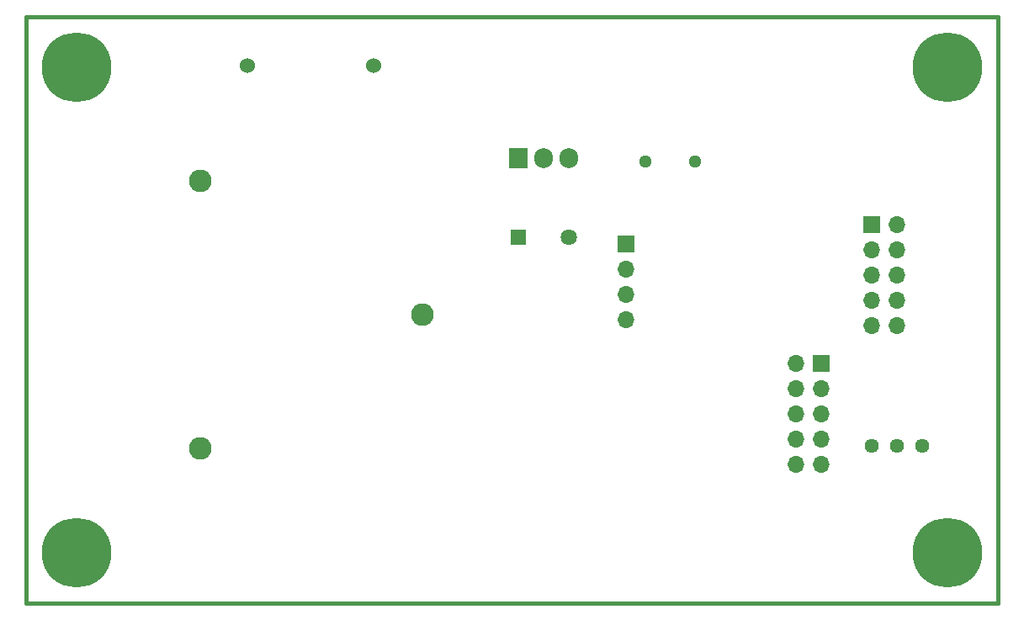
<source format=gbr>
%TF.GenerationSoftware,KiCad,Pcbnew,(6.0.7)*%
%TF.CreationDate,2022-11-01T17:15:19-06:00*%
%TF.ProjectId,BreadboarSchematic,42726561-6462-46f6-9172-536368656d61,rev?*%
%TF.SameCoordinates,Original*%
%TF.FileFunction,Soldermask,Bot*%
%TF.FilePolarity,Negative*%
%FSLAX46Y46*%
G04 Gerber Fmt 4.6, Leading zero omitted, Abs format (unit mm)*
G04 Created by KiCad (PCBNEW (6.0.7)) date 2022-11-01 17:15:19*
%MOMM*%
%LPD*%
G01*
G04 APERTURE LIST*
%TA.AperFunction,Profile*%
%ADD10C,0.381000*%
%TD*%
%ADD11R,1.700000X1.700000*%
%ADD12O,1.700000X1.700000*%
%ADD13C,7.000000*%
%ADD14C,1.280000*%
%ADD15C,1.440000*%
%ADD16R,1.905000X2.000000*%
%ADD17O,1.905000X2.000000*%
%ADD18R,1.635000X1.635000*%
%ADD19C,1.635000*%
%ADD20C,2.290000*%
%ADD21C,1.524000*%
G04 APERTURE END LIST*
D10*
X57150000Y-20955000D02*
X154940000Y-20955000D01*
X154940000Y-20955000D02*
X154940000Y-80010000D01*
X154940000Y-80010000D02*
X57150000Y-80010000D01*
X57150000Y-80010000D02*
X57150000Y-20955000D01*
D11*
%TO.C,J2*%
X117475000Y-43825000D03*
D12*
X117475000Y-46365000D03*
X117475000Y-48905000D03*
X117475000Y-51445000D03*
%TD*%
D13*
%TO.C,REF\u002A\u002A*%
X149860000Y-74930000D03*
%TD*%
D14*
%TO.C,LS1*%
X119420000Y-35560000D03*
X124420000Y-35560000D03*
%TD*%
D15*
%TO.C,RV1*%
X147330000Y-64135000D03*
X144790000Y-64135000D03*
X142250000Y-64135000D03*
%TD*%
D11*
%TO.C,J1*%
X137160000Y-55880000D03*
D12*
X134620000Y-55880000D03*
X137160000Y-58420000D03*
X134620000Y-58420000D03*
X137160000Y-60960000D03*
X134620000Y-60960000D03*
X137160000Y-63500000D03*
X134620000Y-63500000D03*
X137160000Y-66040000D03*
X134620000Y-66040000D03*
%TD*%
D16*
%TO.C,U1*%
X106680000Y-35235000D03*
D17*
X109220000Y-35235000D03*
X111760000Y-35235000D03*
%TD*%
D11*
%TO.C,J3*%
X142240000Y-41910000D03*
D12*
X144780000Y-41910000D03*
X142240000Y-44450000D03*
X144780000Y-44450000D03*
X142240000Y-46990000D03*
X144780000Y-46990000D03*
X142240000Y-49530000D03*
X144780000Y-49530000D03*
X142240000Y-52070000D03*
X144780000Y-52070000D03*
%TD*%
D18*
%TO.C,SW1*%
X106680000Y-43180000D03*
D19*
X111760000Y-43180000D03*
%TD*%
D13*
%TO.C,REF\u002A\u002A*%
X149860000Y-26035000D03*
%TD*%
%TO.C,REF\u002A\u002A*%
X62230000Y-74930000D03*
%TD*%
D20*
%TO.C,BT1*%
X96985000Y-50935000D03*
X74635000Y-64425000D03*
X74635000Y-37455000D03*
D21*
X92075000Y-25855000D03*
X79375000Y-25855000D03*
%TD*%
D13*
%TO.C,REF\u002A\u002A*%
X62230000Y-26035000D03*
%TD*%
M02*

</source>
